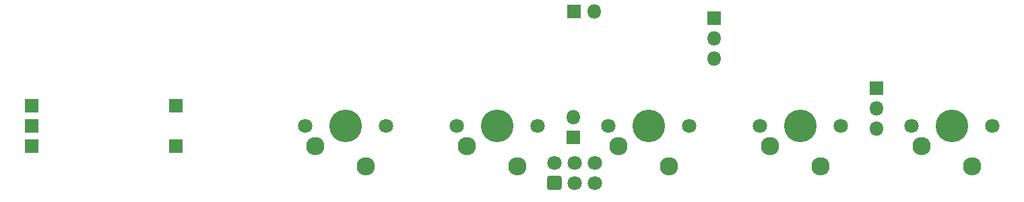
<source format=gbr>
%TF.GenerationSoftware,KiCad,Pcbnew,(5.1.6)-1*%
%TF.CreationDate,2021-01-20T20:20:29-06:00*%
%TF.ProjectId,Pikatea Macropad Mini,50696b61-7465-4612-904d-6163726f7061,rev?*%
%TF.SameCoordinates,Original*%
%TF.FileFunction,Soldermask,Bot*%
%TF.FilePolarity,Negative*%
%FSLAX46Y46*%
G04 Gerber Fmt 4.6, Leading zero omitted, Abs format (unit mm)*
G04 Created by KiCad (PCBNEW (5.1.6)-1) date 2021-01-20 20:20:29*
%MOMM*%
%LPD*%
G01*
G04 APERTURE LIST*
%ADD10O,1.800000X1.800000*%
%ADD11R,1.800000X1.800000*%
%ADD12C,1.800000*%
%ADD13C,4.100000*%
%ADD14C,2.300000*%
G04 APERTURE END LIST*
D10*
%TO.C,J5*%
X197500000Y-105180000D03*
X197500000Y-102640000D03*
D11*
X197500000Y-100100000D03*
%TD*%
D12*
%TO.C,MX5*%
X212140000Y-104920000D03*
X201980000Y-104920000D03*
D13*
X207060000Y-104920000D03*
D14*
X203250000Y-107460000D03*
X209600000Y-110000000D03*
%TD*%
D12*
%TO.C,MX4*%
X193090000Y-104920000D03*
X182930000Y-104920000D03*
D13*
X188010000Y-104920000D03*
D14*
X184200000Y-107460000D03*
X190550000Y-110000000D03*
%TD*%
D10*
%TO.C,J4*%
X177100000Y-96380000D03*
X177100000Y-93840000D03*
D11*
X177100000Y-91300000D03*
%TD*%
D10*
%TO.C,J3*%
X162040000Y-90500000D03*
D11*
X159500000Y-90500000D03*
%TD*%
D10*
%TO.C,J2*%
X159400000Y-103760000D03*
D11*
X159400000Y-106300000D03*
%TD*%
D12*
%TO.C,J1*%
X162140000Y-109500000D03*
X159600000Y-109500000D03*
X157060000Y-109500000D03*
X162140000Y-112040000D03*
X159600000Y-112040000D03*
G36*
G01*
X157695294Y-112940000D02*
X156424706Y-112940000D01*
G75*
G02*
X156160000Y-112675294I0J264706D01*
G01*
X156160000Y-111404706D01*
G75*
G02*
X156424706Y-111140000I264706J0D01*
G01*
X157695294Y-111140000D01*
G75*
G02*
X157960000Y-111404706I0J-264706D01*
G01*
X157960000Y-112675294D01*
G75*
G02*
X157695294Y-112940000I-264706J0D01*
G01*
G37*
%TD*%
D11*
%TO.C,SW2*%
X109450000Y-102360000D03*
X109450000Y-107440000D03*
X91350000Y-104900000D03*
X91350000Y-102360000D03*
X91350000Y-107440000D03*
%TD*%
D12*
%TO.C,MX3*%
X135940000Y-104920000D03*
X125780000Y-104920000D03*
D13*
X130860000Y-104920000D03*
D14*
X127050000Y-107460000D03*
X133400000Y-110000000D03*
%TD*%
D12*
%TO.C,MX2*%
X174040000Y-104920000D03*
X163880000Y-104920000D03*
D13*
X168960000Y-104920000D03*
D14*
X165150000Y-107460000D03*
X171500000Y-110000000D03*
%TD*%
D12*
%TO.C,MX1*%
X154990000Y-104920000D03*
X144830000Y-104920000D03*
D13*
X149910000Y-104920000D03*
D14*
X146100000Y-107460000D03*
X152450000Y-110000000D03*
%TD*%
M02*

</source>
